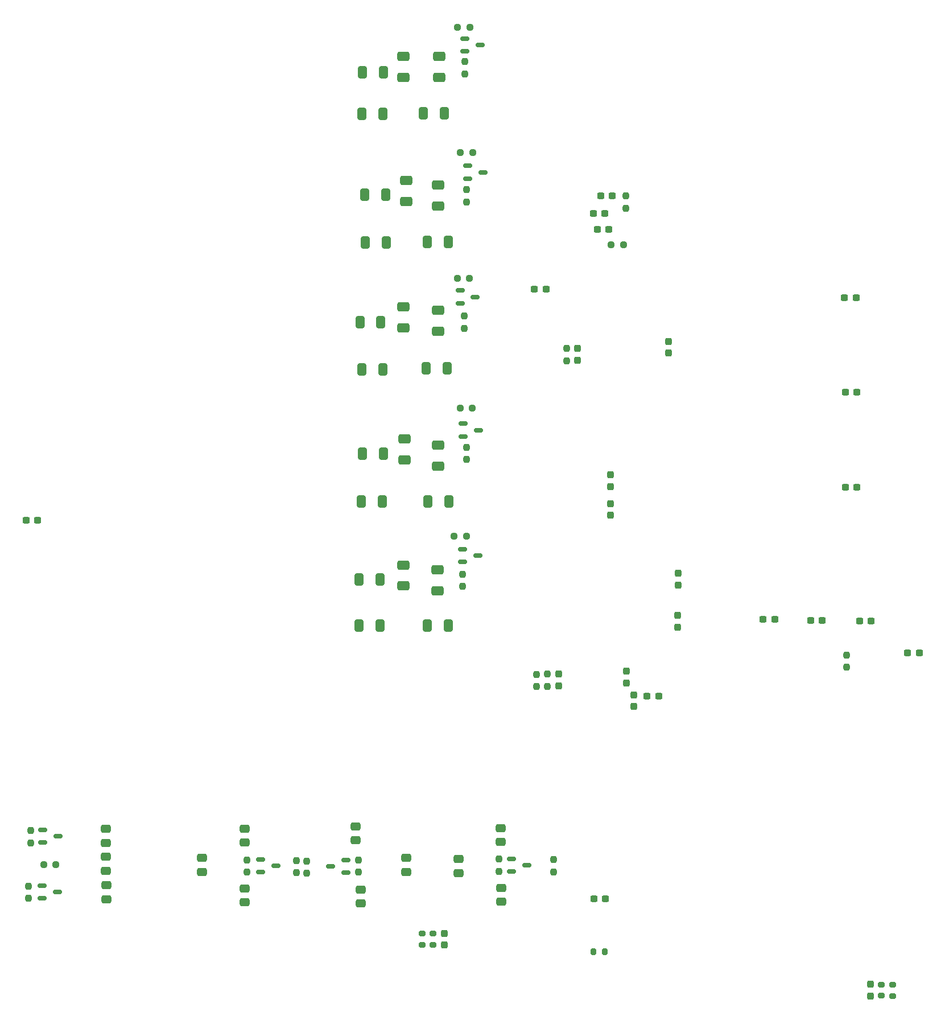
<source format=gbp>
G04 #@! TF.GenerationSoftware,KiCad,Pcbnew,7.0.10*
G04 #@! TF.CreationDate,2024-11-23T11:02:06-08:00*
G04 #@! TF.ProjectId,fieldRadio,6669656c-6452-4616-9469-6f2e6b696361,rev?*
G04 #@! TF.SameCoordinates,Original*
G04 #@! TF.FileFunction,Paste,Bot*
G04 #@! TF.FilePolarity,Positive*
%FSLAX46Y46*%
G04 Gerber Fmt 4.6, Leading zero omitted, Abs format (unit mm)*
G04 Created by KiCad (PCBNEW 7.0.10) date 2024-11-23 11:02:06*
%MOMM*%
%LPD*%
G01*
G04 APERTURE LIST*
G04 Aperture macros list*
%AMRoundRect*
0 Rectangle with rounded corners*
0 $1 Rounding radius*
0 $2 $3 $4 $5 $6 $7 $8 $9 X,Y pos of 4 corners*
0 Add a 4 corners polygon primitive as box body*
4,1,4,$2,$3,$4,$5,$6,$7,$8,$9,$2,$3,0*
0 Add four circle primitives for the rounded corners*
1,1,$1+$1,$2,$3*
1,1,$1+$1,$4,$5*
1,1,$1+$1,$6,$7*
1,1,$1+$1,$8,$9*
0 Add four rect primitives between the rounded corners*
20,1,$1+$1,$2,$3,$4,$5,0*
20,1,$1+$1,$4,$5,$6,$7,0*
20,1,$1+$1,$6,$7,$8,$9,0*
20,1,$1+$1,$8,$9,$2,$3,0*%
G04 Aperture macros list end*
%ADD10RoundRect,0.250000X0.650000X-0.412500X0.650000X0.412500X-0.650000X0.412500X-0.650000X-0.412500X0*%
%ADD11RoundRect,0.237500X0.237500X-0.250000X0.237500X0.250000X-0.237500X0.250000X-0.237500X-0.250000X0*%
%ADD12RoundRect,0.250000X-0.412500X-0.650000X0.412500X-0.650000X0.412500X0.650000X-0.412500X0.650000X0*%
%ADD13RoundRect,0.237500X-0.300000X-0.237500X0.300000X-0.237500X0.300000X0.237500X-0.300000X0.237500X0*%
%ADD14RoundRect,0.250000X0.475000X-0.337500X0.475000X0.337500X-0.475000X0.337500X-0.475000X-0.337500X0*%
%ADD15RoundRect,0.237500X0.300000X0.237500X-0.300000X0.237500X-0.300000X-0.237500X0.300000X-0.237500X0*%
%ADD16RoundRect,0.200000X-0.200000X-0.275000X0.200000X-0.275000X0.200000X0.275000X-0.200000X0.275000X0*%
%ADD17RoundRect,0.237500X0.250000X0.237500X-0.250000X0.237500X-0.250000X-0.237500X0.250000X-0.237500X0*%
%ADD18RoundRect,0.200000X0.275000X-0.200000X0.275000X0.200000X-0.275000X0.200000X-0.275000X-0.200000X0*%
%ADD19RoundRect,0.237500X-0.237500X0.250000X-0.237500X-0.250000X0.237500X-0.250000X0.237500X0.250000X0*%
%ADD20RoundRect,0.237500X0.237500X-0.300000X0.237500X0.300000X-0.237500X0.300000X-0.237500X-0.300000X0*%
%ADD21RoundRect,0.150000X-0.512500X-0.150000X0.512500X-0.150000X0.512500X0.150000X-0.512500X0.150000X0*%
%ADD22RoundRect,0.237500X-0.237500X0.300000X-0.237500X-0.300000X0.237500X-0.300000X0.237500X0.300000X0*%
%ADD23RoundRect,0.150000X0.512500X0.150000X-0.512500X0.150000X-0.512500X-0.150000X0.512500X-0.150000X0*%
%ADD24RoundRect,0.200000X-0.275000X0.200000X-0.275000X-0.200000X0.275000X-0.200000X0.275000X0.200000X0*%
G04 APERTURE END LIST*
D10*
X143000000Y-157182500D03*
X143000000Y-154057500D03*
D11*
X152400000Y-138372500D03*
X152400000Y-136547500D03*
D12*
X146597500Y-163100000D03*
X149722500Y-163100000D03*
D13*
X218057500Y-167137442D03*
X219782500Y-167137442D03*
D14*
X157550000Y-204145135D03*
X157550000Y-202070135D03*
D15*
X174132500Y-99180000D03*
X172407500Y-99180000D03*
D16*
X171345000Y-211550000D03*
X172995000Y-211550000D03*
D13*
X208822500Y-128320000D03*
X210547500Y-128320000D03*
D17*
X153332500Y-92710000D03*
X151507500Y-92710000D03*
D18*
X214125000Y-218140000D03*
X214125000Y-216490000D03*
D19*
X176120000Y-99167500D03*
X176120000Y-100992500D03*
D14*
X119425000Y-195345135D03*
X119425000Y-193270135D03*
D12*
X137247500Y-99000000D03*
X140372500Y-99000000D03*
D20*
X173870000Y-142372500D03*
X173870000Y-140647500D03*
D11*
X165350000Y-199695135D03*
X165350000Y-197870135D03*
D18*
X147415000Y-210560000D03*
X147415000Y-208910000D03*
D11*
X208970000Y-169265000D03*
X208970000Y-167440000D03*
D20*
X176190000Y-171592500D03*
X176190000Y-169867500D03*
D21*
X151952500Y-134950000D03*
X151952500Y-133050000D03*
X154227500Y-134000000D03*
D12*
X136407500Y-163110000D03*
X139532500Y-163110000D03*
D11*
X152420000Y-100062500D03*
X152420000Y-98237500D03*
X152140000Y-81002500D03*
X152140000Y-79177500D03*
D17*
X152932500Y-74125000D03*
X151107500Y-74125000D03*
D20*
X183890000Y-157022500D03*
X183890000Y-155297500D03*
D11*
X164445000Y-172092500D03*
X164445000Y-170267500D03*
D12*
X136917500Y-80750000D03*
X140042500Y-80750000D03*
D10*
X148070000Y-157932500D03*
X148070000Y-154807500D03*
D15*
X181002500Y-173610000D03*
X179277500Y-173610000D03*
D14*
X98775000Y-195395135D03*
X98775000Y-193320135D03*
D20*
X182480000Y-122542500D03*
X182480000Y-120817500D03*
X183850000Y-163292500D03*
X183850000Y-161567500D03*
X166145000Y-172017500D03*
X166145000Y-170292500D03*
D12*
X136557500Y-117940000D03*
X139682500Y-117940000D03*
D14*
X143425000Y-199695135D03*
X143425000Y-197620135D03*
D12*
X136747500Y-144620000D03*
X139872500Y-144620000D03*
D18*
X215800000Y-218165000D03*
X215800000Y-216515000D03*
D17*
X91337500Y-198632635D03*
X89512500Y-198632635D03*
D10*
X148370000Y-81542500D03*
X148370000Y-78417500D03*
D14*
X136700000Y-204395135D03*
X136700000Y-202320135D03*
D15*
X173632500Y-104130000D03*
X171907500Y-104130000D03*
D12*
X146027500Y-86840000D03*
X149152500Y-86840000D03*
D21*
X89362500Y-195332635D03*
X89362500Y-193432635D03*
X91637500Y-194382635D03*
D13*
X210932500Y-162402500D03*
X212657500Y-162402500D03*
D17*
X152402500Y-149775000D03*
X150577500Y-149775000D03*
D12*
X136967500Y-137510000D03*
X140092500Y-137510000D03*
D14*
X157475000Y-195245135D03*
X157475000Y-193170135D03*
D20*
X168930000Y-123592500D03*
X168930000Y-121867500D03*
D13*
X86887500Y-147385000D03*
X88612500Y-147385000D03*
D14*
X113075000Y-199695135D03*
X113075000Y-197620135D03*
D10*
X143230000Y-138432500D03*
X143230000Y-135307500D03*
D17*
X175757500Y-106430000D03*
X173932500Y-106430000D03*
D13*
X196557500Y-162127500D03*
X198282500Y-162127500D03*
D12*
X136827500Y-86960000D03*
X139952500Y-86960000D03*
D21*
X152192500Y-77650000D03*
X152192500Y-75750000D03*
X154467500Y-76700000D03*
D22*
X212510000Y-216447500D03*
X212510000Y-218172500D03*
D12*
X146387500Y-124820000D03*
X149512500Y-124820000D03*
D14*
X151200000Y-199895135D03*
X151200000Y-197820135D03*
D19*
X87575000Y-193570135D03*
X87575000Y-195395135D03*
X162820000Y-170317500D03*
X162820000Y-172142500D03*
D10*
X148170000Y-100687500D03*
X148170000Y-97562500D03*
D15*
X164242500Y-113030000D03*
X162517500Y-113030000D03*
D12*
X136857500Y-124930000D03*
X139982500Y-124930000D03*
D21*
X89262500Y-203632635D03*
X89262500Y-201732635D03*
X91537500Y-202682635D03*
D12*
X146607500Y-105990000D03*
X149732500Y-105990000D03*
D13*
X171367500Y-203690000D03*
X173092500Y-203690000D03*
D19*
X157250000Y-197820135D03*
X157250000Y-199645135D03*
X87225000Y-201820135D03*
X87225000Y-203645135D03*
D11*
X136350000Y-199745135D03*
X136350000Y-197920135D03*
D21*
X159137500Y-199657635D03*
X159137500Y-197757635D03*
X161412500Y-198707635D03*
D10*
X143060000Y-81512500D03*
X143060000Y-78387500D03*
D11*
X151800000Y-157252500D03*
X151800000Y-155427500D03*
D19*
X119775000Y-197920135D03*
X119775000Y-199745135D03*
D23*
X134437500Y-197932635D03*
X134437500Y-199832635D03*
X132162500Y-198882635D03*
D14*
X98775000Y-199545135D03*
X98775000Y-197470135D03*
D13*
X208822500Y-142520000D03*
X210547500Y-142520000D03*
D14*
X98825000Y-203795135D03*
X98825000Y-201720135D03*
D24*
X145790000Y-208885000D03*
X145790000Y-210535000D03*
D21*
X151832500Y-153610000D03*
X151832500Y-151710000D03*
X154107500Y-152660000D03*
D10*
X148200000Y-119302500D03*
X148200000Y-116177500D03*
D14*
X135925000Y-194995135D03*
X135925000Y-192920135D03*
D11*
X128675000Y-199920135D03*
X128675000Y-198095135D03*
D21*
X151462500Y-115140000D03*
X151462500Y-113240000D03*
X153737500Y-114190000D03*
X121812500Y-199732635D03*
X121812500Y-197832635D03*
X124087500Y-198782635D03*
D12*
X136407500Y-156220000D03*
X139532500Y-156220000D03*
D22*
X177320000Y-173397500D03*
X177320000Y-175122500D03*
D14*
X119375000Y-204245135D03*
X119375000Y-202170135D03*
D11*
X127100000Y-199845135D03*
X127100000Y-198020135D03*
D10*
X148220000Y-139337500D03*
X148220000Y-136212500D03*
D13*
X208672500Y-114320000D03*
X210397500Y-114320000D03*
X171317500Y-101810000D03*
X173042500Y-101810000D03*
D10*
X143000000Y-118792500D03*
X143000000Y-115667500D03*
D17*
X153312500Y-130730000D03*
X151487500Y-130730000D03*
D21*
X152602500Y-96600000D03*
X152602500Y-94700000D03*
X154877500Y-95650000D03*
D22*
X173870000Y-144922500D03*
X173870000Y-146647500D03*
D19*
X167330000Y-121877500D03*
X167330000Y-123702500D03*
D11*
X152060000Y-118852500D03*
X152060000Y-117027500D03*
D12*
X146647500Y-144630000D03*
X149772500Y-144630000D03*
D13*
X203657500Y-162277500D03*
X205382500Y-162277500D03*
D12*
X137327500Y-106110000D03*
X140452500Y-106110000D03*
D17*
X152872500Y-111440000D03*
X151047500Y-111440000D03*
D22*
X149090000Y-208847500D03*
X149090000Y-210572500D03*
D10*
X143420000Y-99982500D03*
X143420000Y-96857500D03*
M02*

</source>
